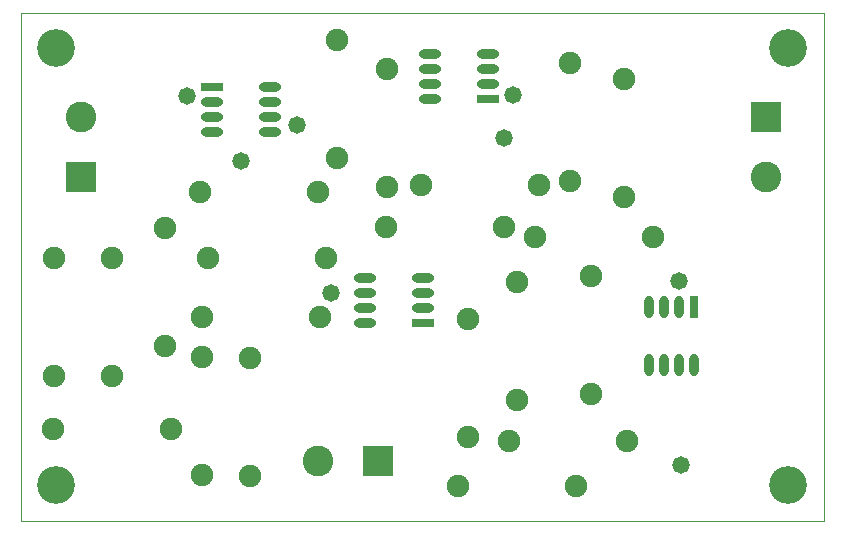
<source format=gts>
G04 Layer_Color=8388736*
%FSLAX44Y44*%
%MOMM*%
G71*
G01*
G75*
%ADD15C,0.1000*%
%ADD29R,0.8032X1.9032*%
%ADD30O,0.8032X1.9032*%
%ADD31R,1.9032X0.8032*%
%ADD32O,1.9032X0.8032*%
%ADD33C,1.9032*%
%ADD34R,2.6032X2.6032*%
%ADD35C,2.6032*%
%ADD36R,2.6032X2.6032*%
%ADD37C,3.2032*%
%ADD38C,1.4732*%
D15*
X-30000Y-30000D02*
X650000D01*
Y400000D01*
X-30000D02*
X650000D01*
X-30000Y-30000D02*
Y400000D01*
D29*
X540230Y150710D02*
D03*
D30*
X527530D02*
D03*
X514830D02*
D03*
X502130D02*
D03*
X540230Y101710D02*
D03*
X527530D02*
D03*
X514830D02*
D03*
X502130D02*
D03*
D31*
X365340Y326870D02*
D03*
X310730Y137640D02*
D03*
X132190Y337030D02*
D03*
D32*
X365340Y339570D02*
D03*
Y352270D02*
D03*
Y364970D02*
D03*
X316340Y326870D02*
D03*
Y339570D02*
D03*
Y352270D02*
D03*
Y364970D02*
D03*
X310730Y150340D02*
D03*
Y163040D02*
D03*
Y175740D02*
D03*
X261730Y137640D02*
D03*
Y150340D02*
D03*
Y163040D02*
D03*
Y175740D02*
D03*
X132190Y324330D02*
D03*
Y311630D02*
D03*
Y298930D02*
D03*
X181190Y337030D02*
D03*
Y324330D02*
D03*
Y311630D02*
D03*
Y298930D02*
D03*
D33*
X123670Y108900D02*
D03*
Y8900D02*
D03*
X164310Y107630D02*
D03*
Y7630D02*
D03*
X440370Y-790D02*
D03*
X340370D02*
D03*
X452600Y177480D02*
D03*
Y77480D02*
D03*
X237970Y276870D02*
D03*
Y376870D02*
D03*
X379410Y218920D02*
D03*
X279410D02*
D03*
X434820Y257820D02*
D03*
Y357820D02*
D03*
X390370Y172400D02*
D03*
Y72400D02*
D03*
X47470Y192720D02*
D03*
Y92720D02*
D03*
X91920Y218120D02*
D03*
Y118120D02*
D03*
X97470Y47470D02*
D03*
X-2530D02*
D03*
X-2060Y92720D02*
D03*
Y192720D02*
D03*
X228280Y192250D02*
D03*
X128280D02*
D03*
X221930Y248130D02*
D03*
X121930D02*
D03*
X279880Y352740D02*
D03*
Y252740D02*
D03*
X308620Y254480D02*
D03*
X408620D02*
D03*
X348460Y140650D02*
D03*
Y40650D02*
D03*
X505140Y210030D02*
D03*
X405140D02*
D03*
X483550Y37310D02*
D03*
X383550D02*
D03*
X480540Y343850D02*
D03*
Y243850D02*
D03*
X223200Y142720D02*
D03*
X123200D02*
D03*
D34*
X272260Y20800D02*
D03*
D35*
X221460D02*
D03*
X601190Y260830D02*
D03*
X20800Y311630D02*
D03*
D36*
X601190D02*
D03*
X20800Y260830D02*
D03*
D37*
X0Y0D02*
D03*
X620000Y370000D02*
D03*
Y0D02*
D03*
X0Y370000D02*
D03*
D38*
X203680Y305280D02*
D03*
X110970Y329410D02*
D03*
X386560Y330680D02*
D03*
X156690Y274800D02*
D03*
X232890Y163040D02*
D03*
X379410Y294320D02*
D03*
X527530Y173200D02*
D03*
X528800Y16990D02*
D03*
M02*

</source>
